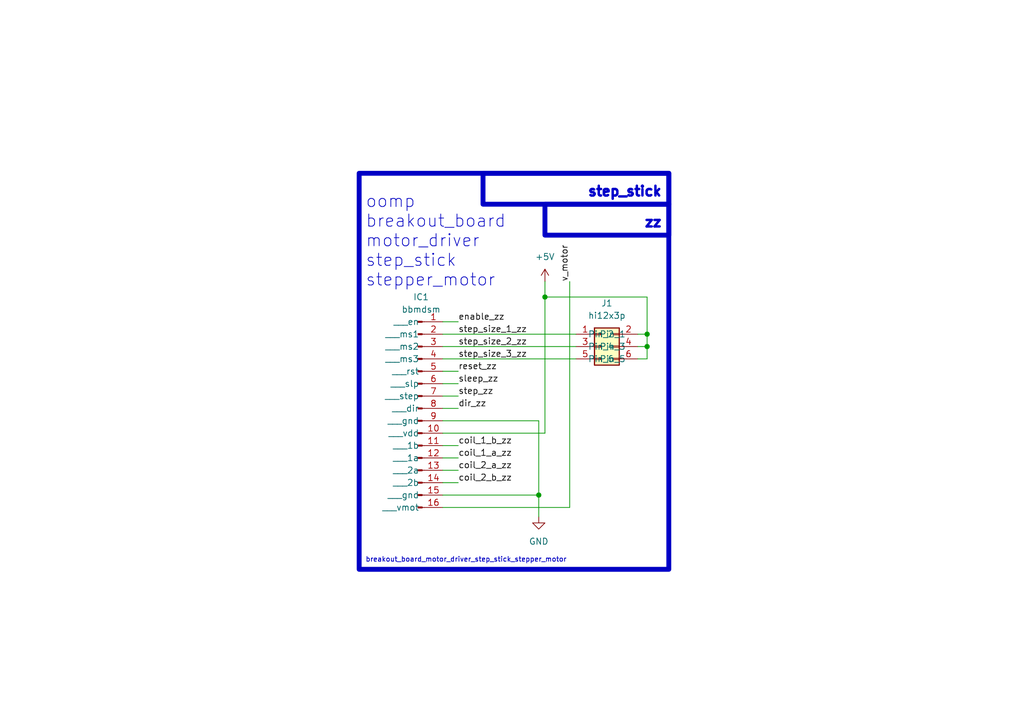
<source format=kicad_sch>
(kicad_sch (version 20230121) (generator eeschema)
  (paper "A5")
  (lib_symbols
    (symbol "oomlout_oomp_part_symbols:bbmdsm_electronic_breakout_board_step_stick_motor_driver_stepper_motor" (pin_names (offset 1.016))
      (property "Reference" "IC" (at 0 20.32 0))
      (property "Value" "bbmdsm_electronic_breakout_board_step_stick_motor_driver_stepper_motor" (at 0 -22.86 0))
      (symbol "bbmdsm_electronic_breakout_board_step_stick_motor_driver_stepper_motor_1_1"
        (polyline (pts (xy 1.27 -20.32) (xy 0.8636 -20.32)) (stroke (width 0.1524)))
        (polyline (pts (xy 1.27 -17.78) (xy 0.8636 -17.78)) (stroke (width 0.1524)))
        (polyline (pts (xy 1.27 -15.24) (xy 0.8636 -15.24)) (stroke (width 0.1524)))
        (polyline (pts (xy 1.27 -12.7) (xy 0.8636 -12.7)) (stroke (width 0.1524)))
        (polyline (pts (xy 1.27 -10.16) (xy 0.8636 -10.16)) (stroke (width 0.1524)))
        (polyline (pts (xy 1.27 -7.62) (xy 0.8636 -7.62)) (stroke (width 0.1524)))
        (polyline (pts (xy 1.27 -5.08) (xy 0.8636 -5.08)) (stroke (width 0.1524)))
        (polyline (pts (xy 1.27 -2.54) (xy 0.8636 -2.54)) (stroke (width 0.1524)))
        (polyline (pts (xy 1.27 0) (xy 0.8636 0)) (stroke (width 0.1524)))
        (polyline (pts (xy 1.27 2.54) (xy 0.8636 2.54)) (stroke (width 0.1524)))
        (polyline (pts (xy 1.27 5.08) (xy 0.8636 5.08)) (stroke (width 0.1524)))
        (polyline (pts (xy 1.27 7.62) (xy 0.8636 7.62)) (stroke (width 0.1524)))
        (polyline (pts (xy 1.27 10.16) (xy 0.8636 10.16)) (stroke (width 0.1524)))
        (polyline (pts (xy 1.27 12.7) (xy 0.8636 12.7)) (stroke (width 0.1524)))
        (polyline (pts (xy 1.27 15.24) (xy 0.8636 15.24)) (stroke (width 0.1524)))
        (polyline (pts (xy 1.27 17.78) (xy 0.8636 17.78)) (stroke (width 0.1524)))
        (rectangle (start 0.8636 -20.193) (end 0 -20.447) (stroke (width 0.1524)) (fill (type outline)))
        (rectangle (start 0.8636 -17.653) (end 0 -17.907) (stroke (width 0.1524)) (fill (type outline)))
        (rectangle (start 0.8636 -15.113) (end 0 -15.367) (stroke (width 0.1524)) (fill (type outline)))
        (rectangle (start 0.8636 -12.573) (end 0 -12.827) (stroke (width 0.1524)) (fill (type outline)))
        (rectangle (start 0.8636 -10.033) (end 0 -10.287) (stroke (width 0.1524)) (fill (type outline)))
        (rectangle (start 0.8636 -7.493) (end 0 -7.747) (stroke (width 0.1524)) (fill (type outline)))
        (rectangle (start 0.8636 -4.953) (end 0 -5.207) (stroke (width 0.1524)) (fill (type outline)))
        (rectangle (start 0.8636 -2.413) (end 0 -2.667) (stroke (width 0.1524)) (fill (type outline)))
        (rectangle (start 0.8636 0.127) (end 0 -0.127) (stroke (width 0.1524)) (fill (type outline)))
        (rectangle (start 0.8636 2.667) (end 0 2.413) (stroke (width 0.1524)) (fill (type outline)))
        (rectangle (start 0.8636 5.207) (end 0 4.953) (stroke (width 0.1524)) (fill (type outline)))
        (rectangle (start 0.8636 7.747) (end 0 7.493) (stroke (width 0.1524)) (fill (type outline)))
        (rectangle (start 0.8636 10.287) (end 0 10.033) (stroke (width 0.1524)) (fill (type outline)))
        (rectangle (start 0.8636 12.827) (end 0 12.573) (stroke (width 0.1524)) (fill (type outline)))
        (rectangle (start 0.8636 15.367) (end 0 15.113) (stroke (width 0.1524)) (fill (type outline)))
        (rectangle (start 0.8636 17.907) (end 0 17.653) (stroke (width 0.1524)) (fill (type outline)))
        (pin passive line (at 5.08 17.78 180) (length 3.81) (name "___en") (number "1"))
        (pin passive line (at 5.08 -5.08 180) (length 3.81) (name "___vdd") (number "10"))
        (pin passive line (at 5.08 -7.62 180) (length 3.81) (name "___1b") (number "11"))
        (pin passive line (at 5.08 -10.16 180) (length 3.81) (name "___1a") (number "12"))
        (pin passive line (at 5.08 -12.7 180) (length 3.81) (name "___2a") (number "13"))
        (pin passive line (at 5.08 -15.24 180) (length 3.81) (name "___2b") (number "14"))
        (pin passive line (at 5.08 -17.78 180) (length 3.81) (name "___gnd") (number "15"))
        (pin passive line (at 5.08 -20.32 180) (length 3.81) (name "___vmot") (number "16"))
        (pin passive line (at 5.08 15.24 180) (length 3.81) (name "___ms1") (number "2"))
        (pin passive line (at 5.08 12.7 180) (length 3.81) (name "___ms2") (number "3"))
        (pin passive line (at 5.08 10.16 180) (length 3.81) (name "___ms3") (number "4"))
        (pin passive line (at 5.08 7.62 180) (length 3.81) (name "___rst") (number "5"))
        (pin passive line (at 5.08 5.08 180) (length 3.81) (name "___slp") (number "6"))
        (pin passive line (at 5.08 2.54 180) (length 3.81) (name "___step") (number "7"))
        (pin passive line (at 5.08 0 180) (length 3.81) (name "___dir") (number "8"))
        (pin passive line (at 5.08 -2.54 180) (length 3.81) (name "___gnd") (number "9"))
      )
    )
    (symbol "oomlout_oomp_part_symbols:hi12x3p_electronic_header_2d54_mm_dual_row_2x3_dual_row_6_pin" (pin_names (offset 1.016))
      (property "Reference" "J" (at 1.27 5.08 0))
      (property "Value" "hi12x3p_electronic_header_2d54_mm_dual_row_2x3_dual_row_6_pin" (at 1.27 -5.08 0))
      (symbol "hi12x3p_electronic_header_2d54_mm_dual_row_2x3_dual_row_6_pin_1_1"
        (rectangle (start -1.27 -2.413) (end 0 -2.667) (stroke (width 0.1524)))
        (rectangle (start -1.27 0.127) (end 0 -0.127) (stroke (width 0.1524)))
        (rectangle (start -1.27 2.667) (end 0 2.413) (stroke (width 0.1524)))
        (rectangle (start -1.27 3.81) (end 3.81 -3.81) (stroke (width 0.254)) (fill (type background)))
        (rectangle (start 3.81 -2.413) (end 2.54 -2.667) (stroke (width 0.1524)))
        (rectangle (start 3.81 0.127) (end 2.54 -0.127) (stroke (width 0.1524)))
        (rectangle (start 3.81 2.667) (end 2.54 2.413) (stroke (width 0.1524)))
        (pin passive line (at -5.08 2.54 0) (length 3.81) (name "Pin_1") (number "1"))
        (pin passive line (at 7.62 2.54 180) (length 3.81) (name "Pin_2") (number "2"))
        (pin passive line (at -5.08 0 0) (length 3.81) (name "Pin_3") (number "3"))
        (pin passive line (at 7.62 0 180) (length 3.81) (name "Pin_4") (number "4"))
        (pin passive line (at -5.08 -2.54 0) (length 3.81) (name "Pin_5") (number "5"))
        (pin passive line (at 7.62 -2.54 180) (length 3.81) (name "Pin_6") (number "6"))
      )
    )
    (symbol "power:+5V" (power) (pin_names (offset 0))
      (property "Value" "+5V" (at 0 3.556 0))
      (symbol "+5V_0_1"
        (polyline (pts (xy -0.762 1.27) (xy 0 2.54)))
        (polyline (pts (xy 0 0) (xy 0 2.54)))
        (polyline (pts (xy 0 2.54) (xy 0.762 1.27)))
      )
      (symbol "+5V_1_1"
        (pin power_in line (at 0 0 90) (length 0) hide (name "+5V") (number "1"))
      )
    )
    (symbol "power:GND" (power) (pin_names (offset 0))
      (property "Value" "GND" (at 0 -3.81 0))
      (symbol "GND_0_1"
        (polyline (pts (xy 0 0) (xy 0 -1.27) (xy 1.27 -1.27) (xy 0 -2.54) (xy -1.27 -1.27) (xy 0 -1.27)))
      )
      (symbol "GND_1_1"
        (pin power_in line (at 0 0 270) (length 0) hide (name "GND") (number "1"))
      )
    )
  )
  (junction (at 111.76 60.96))
  (junction (at 132.715 71.12))
  (junction (at 110.49 101.6))
  (junction (at 132.715 68.58))
  (wire (pts (xy 90.805 68.58) (xy 118.11 68.58)))
  (wire (pts (xy 90.805 88.9) (xy 111.76 88.9)))
  (wire (pts (xy 90.805 71.12) (xy 118.11 71.12)))
  (wire (pts (xy 132.715 68.58) (xy 132.715 60.96)))
  (wire (pts (xy 90.805 76.2) (xy 93.98 76.2)))
  (wire (pts (xy 116.84 104.14) (xy 90.805 104.14)))
  (wire (pts (xy 116.84 57.785) (xy 116.84 104.14)))
  (wire (pts (xy 110.49 86.36) (xy 110.49 101.6)))
  (wire (pts (xy 90.805 83.82) (xy 93.98 83.82)))
  (wire (pts (xy 111.76 88.9) (xy 111.76 60.96)))
  (wire (pts (xy 132.715 73.66) (xy 130.81 73.66)))
  (wire (pts (xy 90.805 91.44) (xy 93.98 91.44)))
  (wire (pts (xy 132.715 68.58) (xy 132.715 71.12)))
  (wire (pts (xy 90.805 78.74) (xy 93.98 78.74)))
  (wire (pts (xy 90.805 96.52) (xy 93.98 96.52)))
  (wire (pts (xy 130.81 71.12) (xy 132.715 71.12)))
  (wire (pts (xy 90.805 81.28) (xy 93.98 81.28)))
  (wire (pts (xy 132.715 60.96) (xy 111.76 60.96)))
  (wire (pts (xy 90.805 86.36) (xy 110.49 86.36)))
  (wire (pts (xy 90.805 99.06) (xy 93.98 99.06)))
  (wire (pts (xy 90.805 73.66) (xy 118.11 73.66)))
  (wire (pts (xy 90.805 66.04) (xy 93.98 66.04)))
  (wire (pts (xy 132.715 71.12) (xy 132.715 73.66)))
  (wire (pts (xy 90.805 93.98) (xy 93.98 93.98)))
  (wire (pts (xy 130.81 68.58) (xy 132.715 68.58)))
  (wire (pts (xy 90.805 101.6) (xy 110.49 101.6)))
  (wire (pts (xy 111.76 60.96) (xy 111.76 57.785)))
  (wire (pts (xy 110.49 101.6) (xy 110.49 106.045)))
  (rectangle (start 111.76 41.91) (end 137.16 48.26) (stroke (width 1)))
  (rectangle (start 99.06 35.56) (end 137.16 41.91) (stroke (width 1)))
  (rectangle (start 73.66 35.56) (end 137.16 116.84) (stroke (width 1)))
  (text "oomp\nbreakout_board\nmotor_driver\nstep_stick\nstepper_motor" (at 74.93 59.055 0) (effects (font (size 2.5 2.5)) (justify left bottom)))
  (text "breakout_board_motor_driver_step_stick_stepper_motor" (at 74.93 115.57 0) (effects (font (size 1 1)) (justify left bottom)))
  (text "step_stick" (at 135.89 40.64 0) (effects (font (size 2 2) (thickness 0.8) bold) (justify right bottom)))
  (text "zz" (at 135.89 46.99 0) (effects (font (size 2 2) (thickness 0.8) bold) (justify right bottom)))
  (label "coil_1_b_zz" (at 93.98 91.44 0))
  (label "v_motor" (at 116.84 57.785 90))
  (label "sleep_zz" (at 93.98 78.74 0))
  (label "dir_zz" (at 93.98 83.82 0))
  (label "step_zz" (at 93.98 81.28 0))
  (label "enable_zz" (at 93.98 66.04 0))
  (label "step_size_3_zz" (at 93.98 73.66 0))
  (label "coil_2_b_zz" (at 93.98 99.06 0))
  (label "coil_2_a_zz" (at 93.98 96.52 0))
  (label "step_size_2_zz" (at 93.98 71.12 0))
  (label "step_size_1_zz" (at 93.98 68.58 0))
  (label "coil_1_a_zz" (at 93.98 93.98 0))
  (label "reset_zz" (at 93.98 76.2 0))
  (symbol (lib_id "power:GND") (at 110.49 106.045 0) (unit 1)
    (property "Reference" "#PWR05" (effects hide))
    (property "Value" "GND" (at 110.49 111.125 0))
  )
  (symbol (lib_id "power:+5V") (at 111.76 57.785 0) (unit 1)
    (property "Reference" "#PWR04" (effects hide))
    (property "Value" "+5V" (at 111.76 52.705 0))
  )
  (symbol (lib_id "oomlout_oomp_part_symbols:bbmdsm_electronic_breakout_board_step_stick_motor_driver_stepper_motor") (at 85.725 83.82 0) (unit 1)
    (property "Reference" "IC1" (at 86.36 60.96 0))
    (property "Value" "bbmdsm" (at 86.36 63.5 0))
    (property "Footprint" "oomlout_oomp_part_footprints:bbmdsm_electronic_breakout_board_step_stick_motor_driver_stepper_motor" (effects hide))
    (property "Datasheet" "https://github.com/oomlout/oomlout_oomp_v3/parts/electronic_breakout_board_step_stick_motor_driver_stepper_motor/datasheet.pdf" (effects hide))
  )
  (symbol (lib_id "oomlout_oomp_part_symbols:hi12x3p_electronic_header_2d54_mm_dual_row_2x3_dual_row_6_pin") (at 123.19 71.12 0) (unit 1)
    (property "Reference" "J1" (at 124.46 62.23 0))
    (property "Value" "hi12x3p" (at 124.46 64.77 0))
    (property "Footprint" "oomlout_oomp_part_footprints:hi12x3p_electronic_header_2d54_mm_dual_row_2x3_dual_row_6_pin" (effects hide))
    (property "Datasheet" "https://github.com/oomlout/oomlout_oomp_v3/parts/electronic_header_2d54_mm_dual_row_2x3_dual_row_6_pin/datasheet.pdf" (effects hide))
  )
)
</source>
